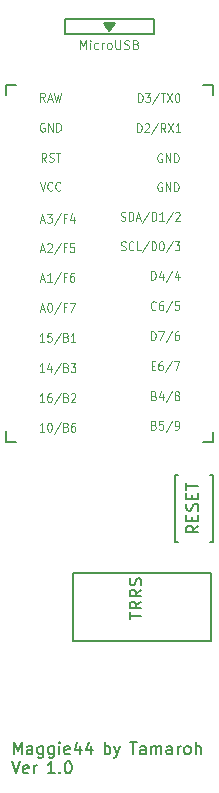
<source format=gto>
%TF.GenerationSoftware,KiCad,Pcbnew,(7.0.0)*%
%TF.CreationDate,2023-04-23T18:46:31+09:00*%
%TF.ProjectId,mysplit44_pcb_l,6d797370-6c69-4743-9434-5f7063625f6c,rev?*%
%TF.SameCoordinates,Original*%
%TF.FileFunction,Legend,Top*%
%TF.FilePolarity,Positive*%
%FSLAX46Y46*%
G04 Gerber Fmt 4.6, Leading zero omitted, Abs format (unit mm)*
G04 Created by KiCad (PCBNEW (7.0.0)) date 2023-04-23 18:46:31*
%MOMM*%
%LPD*%
G01*
G04 APERTURE LIST*
%ADD10C,0.150000*%
%ADD11C,0.125000*%
%ADD12C,0.120000*%
G04 APERTURE END LIST*
D10*
X134778720Y-102937380D02*
X134778720Y-101937380D01*
X134778720Y-101937380D02*
X135112053Y-102651666D01*
X135112053Y-102651666D02*
X135445386Y-101937380D01*
X135445386Y-101937380D02*
X135445386Y-102937380D01*
X136350148Y-102937380D02*
X136350148Y-102413571D01*
X136350148Y-102413571D02*
X136302529Y-102318333D01*
X136302529Y-102318333D02*
X136207291Y-102270714D01*
X136207291Y-102270714D02*
X136016815Y-102270714D01*
X136016815Y-102270714D02*
X135921577Y-102318333D01*
X136350148Y-102889761D02*
X136254910Y-102937380D01*
X136254910Y-102937380D02*
X136016815Y-102937380D01*
X136016815Y-102937380D02*
X135921577Y-102889761D01*
X135921577Y-102889761D02*
X135873958Y-102794523D01*
X135873958Y-102794523D02*
X135873958Y-102699285D01*
X135873958Y-102699285D02*
X135921577Y-102604047D01*
X135921577Y-102604047D02*
X136016815Y-102556428D01*
X136016815Y-102556428D02*
X136254910Y-102556428D01*
X136254910Y-102556428D02*
X136350148Y-102508809D01*
X137254910Y-102270714D02*
X137254910Y-103080238D01*
X137254910Y-103080238D02*
X137207291Y-103175476D01*
X137207291Y-103175476D02*
X137159672Y-103223095D01*
X137159672Y-103223095D02*
X137064434Y-103270714D01*
X137064434Y-103270714D02*
X136921577Y-103270714D01*
X136921577Y-103270714D02*
X136826339Y-103223095D01*
X137254910Y-102889761D02*
X137159672Y-102937380D01*
X137159672Y-102937380D02*
X136969196Y-102937380D01*
X136969196Y-102937380D02*
X136873958Y-102889761D01*
X136873958Y-102889761D02*
X136826339Y-102842142D01*
X136826339Y-102842142D02*
X136778720Y-102746904D01*
X136778720Y-102746904D02*
X136778720Y-102461190D01*
X136778720Y-102461190D02*
X136826339Y-102365952D01*
X136826339Y-102365952D02*
X136873958Y-102318333D01*
X136873958Y-102318333D02*
X136969196Y-102270714D01*
X136969196Y-102270714D02*
X137159672Y-102270714D01*
X137159672Y-102270714D02*
X137254910Y-102318333D01*
X138159672Y-102270714D02*
X138159672Y-103080238D01*
X138159672Y-103080238D02*
X138112053Y-103175476D01*
X138112053Y-103175476D02*
X138064434Y-103223095D01*
X138064434Y-103223095D02*
X137969196Y-103270714D01*
X137969196Y-103270714D02*
X137826339Y-103270714D01*
X137826339Y-103270714D02*
X137731101Y-103223095D01*
X138159672Y-102889761D02*
X138064434Y-102937380D01*
X138064434Y-102937380D02*
X137873958Y-102937380D01*
X137873958Y-102937380D02*
X137778720Y-102889761D01*
X137778720Y-102889761D02*
X137731101Y-102842142D01*
X137731101Y-102842142D02*
X137683482Y-102746904D01*
X137683482Y-102746904D02*
X137683482Y-102461190D01*
X137683482Y-102461190D02*
X137731101Y-102365952D01*
X137731101Y-102365952D02*
X137778720Y-102318333D01*
X137778720Y-102318333D02*
X137873958Y-102270714D01*
X137873958Y-102270714D02*
X138064434Y-102270714D01*
X138064434Y-102270714D02*
X138159672Y-102318333D01*
X138635863Y-102937380D02*
X138635863Y-102270714D01*
X138635863Y-101937380D02*
X138588244Y-101985000D01*
X138588244Y-101985000D02*
X138635863Y-102032619D01*
X138635863Y-102032619D02*
X138683482Y-101985000D01*
X138683482Y-101985000D02*
X138635863Y-101937380D01*
X138635863Y-101937380D02*
X138635863Y-102032619D01*
X139493005Y-102889761D02*
X139397767Y-102937380D01*
X139397767Y-102937380D02*
X139207291Y-102937380D01*
X139207291Y-102937380D02*
X139112053Y-102889761D01*
X139112053Y-102889761D02*
X139064434Y-102794523D01*
X139064434Y-102794523D02*
X139064434Y-102413571D01*
X139064434Y-102413571D02*
X139112053Y-102318333D01*
X139112053Y-102318333D02*
X139207291Y-102270714D01*
X139207291Y-102270714D02*
X139397767Y-102270714D01*
X139397767Y-102270714D02*
X139493005Y-102318333D01*
X139493005Y-102318333D02*
X139540624Y-102413571D01*
X139540624Y-102413571D02*
X139540624Y-102508809D01*
X139540624Y-102508809D02*
X139064434Y-102604047D01*
X140397767Y-102270714D02*
X140397767Y-102937380D01*
X140159672Y-101889761D02*
X139921577Y-102604047D01*
X139921577Y-102604047D02*
X140540624Y-102604047D01*
X141350148Y-102270714D02*
X141350148Y-102937380D01*
X141112053Y-101889761D02*
X140873958Y-102604047D01*
X140873958Y-102604047D02*
X141493005Y-102604047D01*
X142473958Y-102937380D02*
X142473958Y-101937380D01*
X142473958Y-102318333D02*
X142569196Y-102270714D01*
X142569196Y-102270714D02*
X142759672Y-102270714D01*
X142759672Y-102270714D02*
X142854910Y-102318333D01*
X142854910Y-102318333D02*
X142902529Y-102365952D01*
X142902529Y-102365952D02*
X142950148Y-102461190D01*
X142950148Y-102461190D02*
X142950148Y-102746904D01*
X142950148Y-102746904D02*
X142902529Y-102842142D01*
X142902529Y-102842142D02*
X142854910Y-102889761D01*
X142854910Y-102889761D02*
X142759672Y-102937380D01*
X142759672Y-102937380D02*
X142569196Y-102937380D01*
X142569196Y-102937380D02*
X142473958Y-102889761D01*
X143283482Y-102270714D02*
X143521577Y-102937380D01*
X143759672Y-102270714D02*
X143521577Y-102937380D01*
X143521577Y-102937380D02*
X143426339Y-103175476D01*
X143426339Y-103175476D02*
X143378720Y-103223095D01*
X143378720Y-103223095D02*
X143283482Y-103270714D01*
X144597768Y-101937380D02*
X145169196Y-101937380D01*
X144883482Y-102937380D02*
X144883482Y-101937380D01*
X145931101Y-102937380D02*
X145931101Y-102413571D01*
X145931101Y-102413571D02*
X145883482Y-102318333D01*
X145883482Y-102318333D02*
X145788244Y-102270714D01*
X145788244Y-102270714D02*
X145597768Y-102270714D01*
X145597768Y-102270714D02*
X145502530Y-102318333D01*
X145931101Y-102889761D02*
X145835863Y-102937380D01*
X145835863Y-102937380D02*
X145597768Y-102937380D01*
X145597768Y-102937380D02*
X145502530Y-102889761D01*
X145502530Y-102889761D02*
X145454911Y-102794523D01*
X145454911Y-102794523D02*
X145454911Y-102699285D01*
X145454911Y-102699285D02*
X145502530Y-102604047D01*
X145502530Y-102604047D02*
X145597768Y-102556428D01*
X145597768Y-102556428D02*
X145835863Y-102556428D01*
X145835863Y-102556428D02*
X145931101Y-102508809D01*
X146407292Y-102937380D02*
X146407292Y-102270714D01*
X146407292Y-102365952D02*
X146454911Y-102318333D01*
X146454911Y-102318333D02*
X146550149Y-102270714D01*
X146550149Y-102270714D02*
X146693006Y-102270714D01*
X146693006Y-102270714D02*
X146788244Y-102318333D01*
X146788244Y-102318333D02*
X146835863Y-102413571D01*
X146835863Y-102413571D02*
X146835863Y-102937380D01*
X146835863Y-102413571D02*
X146883482Y-102318333D01*
X146883482Y-102318333D02*
X146978720Y-102270714D01*
X146978720Y-102270714D02*
X147121577Y-102270714D01*
X147121577Y-102270714D02*
X147216816Y-102318333D01*
X147216816Y-102318333D02*
X147264435Y-102413571D01*
X147264435Y-102413571D02*
X147264435Y-102937380D01*
X148169196Y-102937380D02*
X148169196Y-102413571D01*
X148169196Y-102413571D02*
X148121577Y-102318333D01*
X148121577Y-102318333D02*
X148026339Y-102270714D01*
X148026339Y-102270714D02*
X147835863Y-102270714D01*
X147835863Y-102270714D02*
X147740625Y-102318333D01*
X148169196Y-102889761D02*
X148073958Y-102937380D01*
X148073958Y-102937380D02*
X147835863Y-102937380D01*
X147835863Y-102937380D02*
X147740625Y-102889761D01*
X147740625Y-102889761D02*
X147693006Y-102794523D01*
X147693006Y-102794523D02*
X147693006Y-102699285D01*
X147693006Y-102699285D02*
X147740625Y-102604047D01*
X147740625Y-102604047D02*
X147835863Y-102556428D01*
X147835863Y-102556428D02*
X148073958Y-102556428D01*
X148073958Y-102556428D02*
X148169196Y-102508809D01*
X148645387Y-102937380D02*
X148645387Y-102270714D01*
X148645387Y-102461190D02*
X148693006Y-102365952D01*
X148693006Y-102365952D02*
X148740625Y-102318333D01*
X148740625Y-102318333D02*
X148835863Y-102270714D01*
X148835863Y-102270714D02*
X148931101Y-102270714D01*
X149407292Y-102937380D02*
X149312054Y-102889761D01*
X149312054Y-102889761D02*
X149264435Y-102842142D01*
X149264435Y-102842142D02*
X149216816Y-102746904D01*
X149216816Y-102746904D02*
X149216816Y-102461190D01*
X149216816Y-102461190D02*
X149264435Y-102365952D01*
X149264435Y-102365952D02*
X149312054Y-102318333D01*
X149312054Y-102318333D02*
X149407292Y-102270714D01*
X149407292Y-102270714D02*
X149550149Y-102270714D01*
X149550149Y-102270714D02*
X149645387Y-102318333D01*
X149645387Y-102318333D02*
X149693006Y-102365952D01*
X149693006Y-102365952D02*
X149740625Y-102461190D01*
X149740625Y-102461190D02*
X149740625Y-102746904D01*
X149740625Y-102746904D02*
X149693006Y-102842142D01*
X149693006Y-102842142D02*
X149645387Y-102889761D01*
X149645387Y-102889761D02*
X149550149Y-102937380D01*
X149550149Y-102937380D02*
X149407292Y-102937380D01*
X150169197Y-102937380D02*
X150169197Y-101937380D01*
X150597768Y-102937380D02*
X150597768Y-102413571D01*
X150597768Y-102413571D02*
X150550149Y-102318333D01*
X150550149Y-102318333D02*
X150454911Y-102270714D01*
X150454911Y-102270714D02*
X150312054Y-102270714D01*
X150312054Y-102270714D02*
X150216816Y-102318333D01*
X150216816Y-102318333D02*
X150169197Y-102365952D01*
X134635863Y-103557380D02*
X134969196Y-104557380D01*
X134969196Y-104557380D02*
X135302529Y-103557380D01*
X136016815Y-104509761D02*
X135921577Y-104557380D01*
X135921577Y-104557380D02*
X135731101Y-104557380D01*
X135731101Y-104557380D02*
X135635863Y-104509761D01*
X135635863Y-104509761D02*
X135588244Y-104414523D01*
X135588244Y-104414523D02*
X135588244Y-104033571D01*
X135588244Y-104033571D02*
X135635863Y-103938333D01*
X135635863Y-103938333D02*
X135731101Y-103890714D01*
X135731101Y-103890714D02*
X135921577Y-103890714D01*
X135921577Y-103890714D02*
X136016815Y-103938333D01*
X136016815Y-103938333D02*
X136064434Y-104033571D01*
X136064434Y-104033571D02*
X136064434Y-104128809D01*
X136064434Y-104128809D02*
X135588244Y-104224047D01*
X136493006Y-104557380D02*
X136493006Y-103890714D01*
X136493006Y-104081190D02*
X136540625Y-103985952D01*
X136540625Y-103985952D02*
X136588244Y-103938333D01*
X136588244Y-103938333D02*
X136683482Y-103890714D01*
X136683482Y-103890714D02*
X136778720Y-103890714D01*
X138235863Y-104557380D02*
X137664435Y-104557380D01*
X137950149Y-104557380D02*
X137950149Y-103557380D01*
X137950149Y-103557380D02*
X137854911Y-103700238D01*
X137854911Y-103700238D02*
X137759673Y-103795476D01*
X137759673Y-103795476D02*
X137664435Y-103843095D01*
X138664435Y-104462142D02*
X138712054Y-104509761D01*
X138712054Y-104509761D02*
X138664435Y-104557380D01*
X138664435Y-104557380D02*
X138616816Y-104509761D01*
X138616816Y-104509761D02*
X138664435Y-104462142D01*
X138664435Y-104462142D02*
X138664435Y-104557380D01*
X139331101Y-103557380D02*
X139426339Y-103557380D01*
X139426339Y-103557380D02*
X139521577Y-103605000D01*
X139521577Y-103605000D02*
X139569196Y-103652619D01*
X139569196Y-103652619D02*
X139616815Y-103747857D01*
X139616815Y-103747857D02*
X139664434Y-103938333D01*
X139664434Y-103938333D02*
X139664434Y-104176428D01*
X139664434Y-104176428D02*
X139616815Y-104366904D01*
X139616815Y-104366904D02*
X139569196Y-104462142D01*
X139569196Y-104462142D02*
X139521577Y-104509761D01*
X139521577Y-104509761D02*
X139426339Y-104557380D01*
X139426339Y-104557380D02*
X139331101Y-104557380D01*
X139331101Y-104557380D02*
X139235863Y-104509761D01*
X139235863Y-104509761D02*
X139188244Y-104462142D01*
X139188244Y-104462142D02*
X139140625Y-104366904D01*
X139140625Y-104366904D02*
X139093006Y-104176428D01*
X139093006Y-104176428D02*
X139093006Y-103938333D01*
X139093006Y-103938333D02*
X139140625Y-103747857D01*
X139140625Y-103747857D02*
X139188244Y-103652619D01*
X139188244Y-103652619D02*
X139235863Y-103605000D01*
X139235863Y-103605000D02*
X139331101Y-103557380D01*
D11*
%TO.C,U1*%
X146447381Y-70045178D02*
X146670715Y-70045178D01*
X146766429Y-70438035D02*
X146447381Y-70438035D01*
X146447381Y-70438035D02*
X146447381Y-69688035D01*
X146447381Y-69688035D02*
X146766429Y-69688035D01*
X147340714Y-69688035D02*
X147213095Y-69688035D01*
X147213095Y-69688035D02*
X147149286Y-69723750D01*
X147149286Y-69723750D02*
X147117381Y-69759464D01*
X147117381Y-69759464D02*
X147053571Y-69866607D01*
X147053571Y-69866607D02*
X147021667Y-70009464D01*
X147021667Y-70009464D02*
X147021667Y-70295178D01*
X147021667Y-70295178D02*
X147053571Y-70366607D01*
X147053571Y-70366607D02*
X147085476Y-70402321D01*
X147085476Y-70402321D02*
X147149286Y-70438035D01*
X147149286Y-70438035D02*
X147276905Y-70438035D01*
X147276905Y-70438035D02*
X147340714Y-70402321D01*
X147340714Y-70402321D02*
X147372619Y-70366607D01*
X147372619Y-70366607D02*
X147404524Y-70295178D01*
X147404524Y-70295178D02*
X147404524Y-70116607D01*
X147404524Y-70116607D02*
X147372619Y-70045178D01*
X147372619Y-70045178D02*
X147340714Y-70009464D01*
X147340714Y-70009464D02*
X147276905Y-69973750D01*
X147276905Y-69973750D02*
X147149286Y-69973750D01*
X147149286Y-69973750D02*
X147085476Y-70009464D01*
X147085476Y-70009464D02*
X147053571Y-70045178D01*
X147053571Y-70045178D02*
X147021667Y-70116607D01*
X148170238Y-69652321D02*
X147595952Y-70616607D01*
X148329762Y-69688035D02*
X148776428Y-69688035D01*
X148776428Y-69688035D02*
X148489286Y-70438035D01*
X137044286Y-65273750D02*
X137363333Y-65273750D01*
X136980476Y-65488035D02*
X137203809Y-64738035D01*
X137203809Y-64738035D02*
X137427143Y-65488035D01*
X137778095Y-64738035D02*
X137841905Y-64738035D01*
X137841905Y-64738035D02*
X137905714Y-64773750D01*
X137905714Y-64773750D02*
X137937619Y-64809464D01*
X137937619Y-64809464D02*
X137969524Y-64880892D01*
X137969524Y-64880892D02*
X138001429Y-65023750D01*
X138001429Y-65023750D02*
X138001429Y-65202321D01*
X138001429Y-65202321D02*
X137969524Y-65345178D01*
X137969524Y-65345178D02*
X137937619Y-65416607D01*
X137937619Y-65416607D02*
X137905714Y-65452321D01*
X137905714Y-65452321D02*
X137841905Y-65488035D01*
X137841905Y-65488035D02*
X137778095Y-65488035D01*
X137778095Y-65488035D02*
X137714286Y-65452321D01*
X137714286Y-65452321D02*
X137682381Y-65416607D01*
X137682381Y-65416607D02*
X137650476Y-65345178D01*
X137650476Y-65345178D02*
X137618572Y-65202321D01*
X137618572Y-65202321D02*
X137618572Y-65023750D01*
X137618572Y-65023750D02*
X137650476Y-64880892D01*
X137650476Y-64880892D02*
X137682381Y-64809464D01*
X137682381Y-64809464D02*
X137714286Y-64773750D01*
X137714286Y-64773750D02*
X137778095Y-64738035D01*
X138767143Y-64702321D02*
X138192857Y-65666607D01*
X139213810Y-65095178D02*
X138990476Y-65095178D01*
X138990476Y-65488035D02*
X138990476Y-64738035D01*
X138990476Y-64738035D02*
X139309524Y-64738035D01*
X139500953Y-64738035D02*
X139947619Y-64738035D01*
X139947619Y-64738035D02*
X139660477Y-65488035D01*
X143857381Y-60252321D02*
X143953095Y-60288035D01*
X143953095Y-60288035D02*
X144112619Y-60288035D01*
X144112619Y-60288035D02*
X144176428Y-60252321D01*
X144176428Y-60252321D02*
X144208333Y-60216607D01*
X144208333Y-60216607D02*
X144240238Y-60145178D01*
X144240238Y-60145178D02*
X144240238Y-60073750D01*
X144240238Y-60073750D02*
X144208333Y-60002321D01*
X144208333Y-60002321D02*
X144176428Y-59966607D01*
X144176428Y-59966607D02*
X144112619Y-59930892D01*
X144112619Y-59930892D02*
X143985000Y-59895178D01*
X143985000Y-59895178D02*
X143921190Y-59859464D01*
X143921190Y-59859464D02*
X143889285Y-59823750D01*
X143889285Y-59823750D02*
X143857381Y-59752321D01*
X143857381Y-59752321D02*
X143857381Y-59680892D01*
X143857381Y-59680892D02*
X143889285Y-59609464D01*
X143889285Y-59609464D02*
X143921190Y-59573750D01*
X143921190Y-59573750D02*
X143985000Y-59538035D01*
X143985000Y-59538035D02*
X144144523Y-59538035D01*
X144144523Y-59538035D02*
X144240238Y-59573750D01*
X144910237Y-60216607D02*
X144878333Y-60252321D01*
X144878333Y-60252321D02*
X144782618Y-60288035D01*
X144782618Y-60288035D02*
X144718809Y-60288035D01*
X144718809Y-60288035D02*
X144623095Y-60252321D01*
X144623095Y-60252321D02*
X144559285Y-60180892D01*
X144559285Y-60180892D02*
X144527380Y-60109464D01*
X144527380Y-60109464D02*
X144495476Y-59966607D01*
X144495476Y-59966607D02*
X144495476Y-59859464D01*
X144495476Y-59859464D02*
X144527380Y-59716607D01*
X144527380Y-59716607D02*
X144559285Y-59645178D01*
X144559285Y-59645178D02*
X144623095Y-59573750D01*
X144623095Y-59573750D02*
X144718809Y-59538035D01*
X144718809Y-59538035D02*
X144782618Y-59538035D01*
X144782618Y-59538035D02*
X144878333Y-59573750D01*
X144878333Y-59573750D02*
X144910237Y-59609464D01*
X145516428Y-60288035D02*
X145197380Y-60288035D01*
X145197380Y-60288035D02*
X145197380Y-59538035D01*
X146218333Y-59502321D02*
X145644047Y-60466607D01*
X146441666Y-60288035D02*
X146441666Y-59538035D01*
X146441666Y-59538035D02*
X146601190Y-59538035D01*
X146601190Y-59538035D02*
X146696904Y-59573750D01*
X146696904Y-59573750D02*
X146760714Y-59645178D01*
X146760714Y-59645178D02*
X146792619Y-59716607D01*
X146792619Y-59716607D02*
X146824523Y-59859464D01*
X146824523Y-59859464D02*
X146824523Y-59966607D01*
X146824523Y-59966607D02*
X146792619Y-60109464D01*
X146792619Y-60109464D02*
X146760714Y-60180892D01*
X146760714Y-60180892D02*
X146696904Y-60252321D01*
X146696904Y-60252321D02*
X146601190Y-60288035D01*
X146601190Y-60288035D02*
X146441666Y-60288035D01*
X147239285Y-59538035D02*
X147303095Y-59538035D01*
X147303095Y-59538035D02*
X147366904Y-59573750D01*
X147366904Y-59573750D02*
X147398809Y-59609464D01*
X147398809Y-59609464D02*
X147430714Y-59680892D01*
X147430714Y-59680892D02*
X147462619Y-59823750D01*
X147462619Y-59823750D02*
X147462619Y-60002321D01*
X147462619Y-60002321D02*
X147430714Y-60145178D01*
X147430714Y-60145178D02*
X147398809Y-60216607D01*
X147398809Y-60216607D02*
X147366904Y-60252321D01*
X147366904Y-60252321D02*
X147303095Y-60288035D01*
X147303095Y-60288035D02*
X147239285Y-60288035D01*
X147239285Y-60288035D02*
X147175476Y-60252321D01*
X147175476Y-60252321D02*
X147143571Y-60216607D01*
X147143571Y-60216607D02*
X147111666Y-60145178D01*
X147111666Y-60145178D02*
X147079762Y-60002321D01*
X147079762Y-60002321D02*
X147079762Y-59823750D01*
X147079762Y-59823750D02*
X147111666Y-59680892D01*
X147111666Y-59680892D02*
X147143571Y-59609464D01*
X147143571Y-59609464D02*
X147175476Y-59573750D01*
X147175476Y-59573750D02*
X147239285Y-59538035D01*
X148228333Y-59502321D02*
X147654047Y-60466607D01*
X148387857Y-59538035D02*
X148802619Y-59538035D01*
X148802619Y-59538035D02*
X148579285Y-59823750D01*
X148579285Y-59823750D02*
X148675000Y-59823750D01*
X148675000Y-59823750D02*
X148738809Y-59859464D01*
X148738809Y-59859464D02*
X148770714Y-59895178D01*
X148770714Y-59895178D02*
X148802619Y-59966607D01*
X148802619Y-59966607D02*
X148802619Y-60145178D01*
X148802619Y-60145178D02*
X148770714Y-60216607D01*
X148770714Y-60216607D02*
X148738809Y-60252321D01*
X148738809Y-60252321D02*
X148675000Y-60288035D01*
X148675000Y-60288035D02*
X148483571Y-60288035D01*
X148483571Y-60288035D02*
X148419762Y-60252321D01*
X148419762Y-60252321D02*
X148387857Y-60216607D01*
X146638810Y-75095178D02*
X146734524Y-75130892D01*
X146734524Y-75130892D02*
X146766429Y-75166607D01*
X146766429Y-75166607D02*
X146798333Y-75238035D01*
X146798333Y-75238035D02*
X146798333Y-75345178D01*
X146798333Y-75345178D02*
X146766429Y-75416607D01*
X146766429Y-75416607D02*
X146734524Y-75452321D01*
X146734524Y-75452321D02*
X146670714Y-75488035D01*
X146670714Y-75488035D02*
X146415476Y-75488035D01*
X146415476Y-75488035D02*
X146415476Y-74738035D01*
X146415476Y-74738035D02*
X146638810Y-74738035D01*
X146638810Y-74738035D02*
X146702619Y-74773750D01*
X146702619Y-74773750D02*
X146734524Y-74809464D01*
X146734524Y-74809464D02*
X146766429Y-74880892D01*
X146766429Y-74880892D02*
X146766429Y-74952321D01*
X146766429Y-74952321D02*
X146734524Y-75023750D01*
X146734524Y-75023750D02*
X146702619Y-75059464D01*
X146702619Y-75059464D02*
X146638810Y-75095178D01*
X146638810Y-75095178D02*
X146415476Y-75095178D01*
X147404524Y-74738035D02*
X147085476Y-74738035D01*
X147085476Y-74738035D02*
X147053572Y-75095178D01*
X147053572Y-75095178D02*
X147085476Y-75059464D01*
X147085476Y-75059464D02*
X147149286Y-75023750D01*
X147149286Y-75023750D02*
X147308810Y-75023750D01*
X147308810Y-75023750D02*
X147372619Y-75059464D01*
X147372619Y-75059464D02*
X147404524Y-75095178D01*
X147404524Y-75095178D02*
X147436429Y-75166607D01*
X147436429Y-75166607D02*
X147436429Y-75345178D01*
X147436429Y-75345178D02*
X147404524Y-75416607D01*
X147404524Y-75416607D02*
X147372619Y-75452321D01*
X147372619Y-75452321D02*
X147308810Y-75488035D01*
X147308810Y-75488035D02*
X147149286Y-75488035D01*
X147149286Y-75488035D02*
X147085476Y-75452321D01*
X147085476Y-75452321D02*
X147053572Y-75416607D01*
X148202143Y-74702321D02*
X147627857Y-75666607D01*
X148457381Y-75488035D02*
X148585000Y-75488035D01*
X148585000Y-75488035D02*
X148648810Y-75452321D01*
X148648810Y-75452321D02*
X148680714Y-75416607D01*
X148680714Y-75416607D02*
X148744524Y-75309464D01*
X148744524Y-75309464D02*
X148776429Y-75166607D01*
X148776429Y-75166607D02*
X148776429Y-74880892D01*
X148776429Y-74880892D02*
X148744524Y-74809464D01*
X148744524Y-74809464D02*
X148712619Y-74773750D01*
X148712619Y-74773750D02*
X148648810Y-74738035D01*
X148648810Y-74738035D02*
X148521191Y-74738035D01*
X148521191Y-74738035D02*
X148457381Y-74773750D01*
X148457381Y-74773750D02*
X148425476Y-74809464D01*
X148425476Y-74809464D02*
X148393572Y-74880892D01*
X148393572Y-74880892D02*
X148393572Y-75059464D01*
X148393572Y-75059464D02*
X148425476Y-75130892D01*
X148425476Y-75130892D02*
X148457381Y-75166607D01*
X148457381Y-75166607D02*
X148521191Y-75202321D01*
X148521191Y-75202321D02*
X148648810Y-75202321D01*
X148648810Y-75202321D02*
X148712619Y-75166607D01*
X148712619Y-75166607D02*
X148744524Y-75130892D01*
X148744524Y-75130892D02*
X148776429Y-75059464D01*
X147319524Y-52123750D02*
X147255714Y-52088035D01*
X147255714Y-52088035D02*
X147160000Y-52088035D01*
X147160000Y-52088035D02*
X147064286Y-52123750D01*
X147064286Y-52123750D02*
X147000476Y-52195178D01*
X147000476Y-52195178D02*
X146968571Y-52266607D01*
X146968571Y-52266607D02*
X146936667Y-52409464D01*
X146936667Y-52409464D02*
X146936667Y-52516607D01*
X146936667Y-52516607D02*
X146968571Y-52659464D01*
X146968571Y-52659464D02*
X147000476Y-52730892D01*
X147000476Y-52730892D02*
X147064286Y-52802321D01*
X147064286Y-52802321D02*
X147160000Y-52838035D01*
X147160000Y-52838035D02*
X147223809Y-52838035D01*
X147223809Y-52838035D02*
X147319524Y-52802321D01*
X147319524Y-52802321D02*
X147351428Y-52766607D01*
X147351428Y-52766607D02*
X147351428Y-52516607D01*
X147351428Y-52516607D02*
X147223809Y-52516607D01*
X147638571Y-52838035D02*
X147638571Y-52088035D01*
X147638571Y-52088035D02*
X148021428Y-52838035D01*
X148021428Y-52838035D02*
X148021428Y-52088035D01*
X148340476Y-52838035D02*
X148340476Y-52088035D01*
X148340476Y-52088035D02*
X148500000Y-52088035D01*
X148500000Y-52088035D02*
X148595714Y-52123750D01*
X148595714Y-52123750D02*
X148659524Y-52195178D01*
X148659524Y-52195178D02*
X148691429Y-52266607D01*
X148691429Y-52266607D02*
X148723333Y-52409464D01*
X148723333Y-52409464D02*
X148723333Y-52516607D01*
X148723333Y-52516607D02*
X148691429Y-52659464D01*
X148691429Y-52659464D02*
X148659524Y-52730892D01*
X148659524Y-52730892D02*
X148595714Y-52802321D01*
X148595714Y-52802321D02*
X148500000Y-52838035D01*
X148500000Y-52838035D02*
X148340476Y-52838035D01*
X137513095Y-52788035D02*
X137289762Y-52430892D01*
X137130238Y-52788035D02*
X137130238Y-52038035D01*
X137130238Y-52038035D02*
X137385476Y-52038035D01*
X137385476Y-52038035D02*
X137449286Y-52073750D01*
X137449286Y-52073750D02*
X137481191Y-52109464D01*
X137481191Y-52109464D02*
X137513095Y-52180892D01*
X137513095Y-52180892D02*
X137513095Y-52288035D01*
X137513095Y-52288035D02*
X137481191Y-52359464D01*
X137481191Y-52359464D02*
X137449286Y-52395178D01*
X137449286Y-52395178D02*
X137385476Y-52430892D01*
X137385476Y-52430892D02*
X137130238Y-52430892D01*
X137768334Y-52752321D02*
X137864048Y-52788035D01*
X137864048Y-52788035D02*
X138023572Y-52788035D01*
X138023572Y-52788035D02*
X138087381Y-52752321D01*
X138087381Y-52752321D02*
X138119286Y-52716607D01*
X138119286Y-52716607D02*
X138151191Y-52645178D01*
X138151191Y-52645178D02*
X138151191Y-52573750D01*
X138151191Y-52573750D02*
X138119286Y-52502321D01*
X138119286Y-52502321D02*
X138087381Y-52466607D01*
X138087381Y-52466607D02*
X138023572Y-52430892D01*
X138023572Y-52430892D02*
X137895953Y-52395178D01*
X137895953Y-52395178D02*
X137832143Y-52359464D01*
X137832143Y-52359464D02*
X137800238Y-52323750D01*
X137800238Y-52323750D02*
X137768334Y-52252321D01*
X137768334Y-52252321D02*
X137768334Y-52180892D01*
X137768334Y-52180892D02*
X137800238Y-52109464D01*
X137800238Y-52109464D02*
X137832143Y-52073750D01*
X137832143Y-52073750D02*
X137895953Y-52038035D01*
X137895953Y-52038035D02*
X138055476Y-52038035D01*
X138055476Y-52038035D02*
X138151191Y-52073750D01*
X138342619Y-52038035D02*
X138725476Y-52038035D01*
X138534048Y-52788035D02*
X138534048Y-52038035D01*
X146415476Y-67888035D02*
X146415476Y-67138035D01*
X146415476Y-67138035D02*
X146575000Y-67138035D01*
X146575000Y-67138035D02*
X146670714Y-67173750D01*
X146670714Y-67173750D02*
X146734524Y-67245178D01*
X146734524Y-67245178D02*
X146766429Y-67316607D01*
X146766429Y-67316607D02*
X146798333Y-67459464D01*
X146798333Y-67459464D02*
X146798333Y-67566607D01*
X146798333Y-67566607D02*
X146766429Y-67709464D01*
X146766429Y-67709464D02*
X146734524Y-67780892D01*
X146734524Y-67780892D02*
X146670714Y-67852321D01*
X146670714Y-67852321D02*
X146575000Y-67888035D01*
X146575000Y-67888035D02*
X146415476Y-67888035D01*
X147021667Y-67138035D02*
X147468333Y-67138035D01*
X147468333Y-67138035D02*
X147181191Y-67888035D01*
X148202143Y-67102321D02*
X147627857Y-68066607D01*
X148712619Y-67138035D02*
X148585000Y-67138035D01*
X148585000Y-67138035D02*
X148521191Y-67173750D01*
X148521191Y-67173750D02*
X148489286Y-67209464D01*
X148489286Y-67209464D02*
X148425476Y-67316607D01*
X148425476Y-67316607D02*
X148393572Y-67459464D01*
X148393572Y-67459464D02*
X148393572Y-67745178D01*
X148393572Y-67745178D02*
X148425476Y-67816607D01*
X148425476Y-67816607D02*
X148457381Y-67852321D01*
X148457381Y-67852321D02*
X148521191Y-67888035D01*
X148521191Y-67888035D02*
X148648810Y-67888035D01*
X148648810Y-67888035D02*
X148712619Y-67852321D01*
X148712619Y-67852321D02*
X148744524Y-67816607D01*
X148744524Y-67816607D02*
X148776429Y-67745178D01*
X148776429Y-67745178D02*
X148776429Y-67566607D01*
X148776429Y-67566607D02*
X148744524Y-67495178D01*
X148744524Y-67495178D02*
X148712619Y-67459464D01*
X148712619Y-67459464D02*
X148648810Y-67423750D01*
X148648810Y-67423750D02*
X148521191Y-67423750D01*
X148521191Y-67423750D02*
X148457381Y-67459464D01*
X148457381Y-67459464D02*
X148425476Y-67495178D01*
X148425476Y-67495178D02*
X148393572Y-67566607D01*
X137347381Y-68038035D02*
X136964524Y-68038035D01*
X137155952Y-68038035D02*
X137155952Y-67288035D01*
X137155952Y-67288035D02*
X137092143Y-67395178D01*
X137092143Y-67395178D02*
X137028333Y-67466607D01*
X137028333Y-67466607D02*
X136964524Y-67502321D01*
X137953571Y-67288035D02*
X137634523Y-67288035D01*
X137634523Y-67288035D02*
X137602619Y-67645178D01*
X137602619Y-67645178D02*
X137634523Y-67609464D01*
X137634523Y-67609464D02*
X137698333Y-67573750D01*
X137698333Y-67573750D02*
X137857857Y-67573750D01*
X137857857Y-67573750D02*
X137921666Y-67609464D01*
X137921666Y-67609464D02*
X137953571Y-67645178D01*
X137953571Y-67645178D02*
X137985476Y-67716607D01*
X137985476Y-67716607D02*
X137985476Y-67895178D01*
X137985476Y-67895178D02*
X137953571Y-67966607D01*
X137953571Y-67966607D02*
X137921666Y-68002321D01*
X137921666Y-68002321D02*
X137857857Y-68038035D01*
X137857857Y-68038035D02*
X137698333Y-68038035D01*
X137698333Y-68038035D02*
X137634523Y-68002321D01*
X137634523Y-68002321D02*
X137602619Y-67966607D01*
X138751190Y-67252321D02*
X138176904Y-68216607D01*
X139197857Y-67645178D02*
X139293571Y-67680892D01*
X139293571Y-67680892D02*
X139325476Y-67716607D01*
X139325476Y-67716607D02*
X139357380Y-67788035D01*
X139357380Y-67788035D02*
X139357380Y-67895178D01*
X139357380Y-67895178D02*
X139325476Y-67966607D01*
X139325476Y-67966607D02*
X139293571Y-68002321D01*
X139293571Y-68002321D02*
X139229761Y-68038035D01*
X139229761Y-68038035D02*
X138974523Y-68038035D01*
X138974523Y-68038035D02*
X138974523Y-67288035D01*
X138974523Y-67288035D02*
X139197857Y-67288035D01*
X139197857Y-67288035D02*
X139261666Y-67323750D01*
X139261666Y-67323750D02*
X139293571Y-67359464D01*
X139293571Y-67359464D02*
X139325476Y-67430892D01*
X139325476Y-67430892D02*
X139325476Y-67502321D01*
X139325476Y-67502321D02*
X139293571Y-67573750D01*
X139293571Y-67573750D02*
X139261666Y-67609464D01*
X139261666Y-67609464D02*
X139197857Y-67645178D01*
X139197857Y-67645178D02*
X138974523Y-67645178D01*
X139995476Y-68038035D02*
X139612619Y-68038035D01*
X139804047Y-68038035D02*
X139804047Y-67288035D01*
X139804047Y-67288035D02*
X139740238Y-67395178D01*
X139740238Y-67395178D02*
X139676428Y-67466607D01*
X139676428Y-67466607D02*
X139612619Y-67502321D01*
X146415476Y-62788035D02*
X146415476Y-62038035D01*
X146415476Y-62038035D02*
X146575000Y-62038035D01*
X146575000Y-62038035D02*
X146670714Y-62073750D01*
X146670714Y-62073750D02*
X146734524Y-62145178D01*
X146734524Y-62145178D02*
X146766429Y-62216607D01*
X146766429Y-62216607D02*
X146798333Y-62359464D01*
X146798333Y-62359464D02*
X146798333Y-62466607D01*
X146798333Y-62466607D02*
X146766429Y-62609464D01*
X146766429Y-62609464D02*
X146734524Y-62680892D01*
X146734524Y-62680892D02*
X146670714Y-62752321D01*
X146670714Y-62752321D02*
X146575000Y-62788035D01*
X146575000Y-62788035D02*
X146415476Y-62788035D01*
X147372619Y-62288035D02*
X147372619Y-62788035D01*
X147213095Y-62002321D02*
X147053572Y-62538035D01*
X147053572Y-62538035D02*
X147468333Y-62538035D01*
X148202143Y-62002321D02*
X147627857Y-62966607D01*
X148712619Y-62288035D02*
X148712619Y-62788035D01*
X148553095Y-62002321D02*
X148393572Y-62538035D01*
X148393572Y-62538035D02*
X148808333Y-62538035D01*
X137347381Y-75638035D02*
X136964524Y-75638035D01*
X137155952Y-75638035D02*
X137155952Y-74888035D01*
X137155952Y-74888035D02*
X137092143Y-74995178D01*
X137092143Y-74995178D02*
X137028333Y-75066607D01*
X137028333Y-75066607D02*
X136964524Y-75102321D01*
X137762142Y-74888035D02*
X137825952Y-74888035D01*
X137825952Y-74888035D02*
X137889761Y-74923750D01*
X137889761Y-74923750D02*
X137921666Y-74959464D01*
X137921666Y-74959464D02*
X137953571Y-75030892D01*
X137953571Y-75030892D02*
X137985476Y-75173750D01*
X137985476Y-75173750D02*
X137985476Y-75352321D01*
X137985476Y-75352321D02*
X137953571Y-75495178D01*
X137953571Y-75495178D02*
X137921666Y-75566607D01*
X137921666Y-75566607D02*
X137889761Y-75602321D01*
X137889761Y-75602321D02*
X137825952Y-75638035D01*
X137825952Y-75638035D02*
X137762142Y-75638035D01*
X137762142Y-75638035D02*
X137698333Y-75602321D01*
X137698333Y-75602321D02*
X137666428Y-75566607D01*
X137666428Y-75566607D02*
X137634523Y-75495178D01*
X137634523Y-75495178D02*
X137602619Y-75352321D01*
X137602619Y-75352321D02*
X137602619Y-75173750D01*
X137602619Y-75173750D02*
X137634523Y-75030892D01*
X137634523Y-75030892D02*
X137666428Y-74959464D01*
X137666428Y-74959464D02*
X137698333Y-74923750D01*
X137698333Y-74923750D02*
X137762142Y-74888035D01*
X138751190Y-74852321D02*
X138176904Y-75816607D01*
X139197857Y-75245178D02*
X139293571Y-75280892D01*
X139293571Y-75280892D02*
X139325476Y-75316607D01*
X139325476Y-75316607D02*
X139357380Y-75388035D01*
X139357380Y-75388035D02*
X139357380Y-75495178D01*
X139357380Y-75495178D02*
X139325476Y-75566607D01*
X139325476Y-75566607D02*
X139293571Y-75602321D01*
X139293571Y-75602321D02*
X139229761Y-75638035D01*
X139229761Y-75638035D02*
X138974523Y-75638035D01*
X138974523Y-75638035D02*
X138974523Y-74888035D01*
X138974523Y-74888035D02*
X139197857Y-74888035D01*
X139197857Y-74888035D02*
X139261666Y-74923750D01*
X139261666Y-74923750D02*
X139293571Y-74959464D01*
X139293571Y-74959464D02*
X139325476Y-75030892D01*
X139325476Y-75030892D02*
X139325476Y-75102321D01*
X139325476Y-75102321D02*
X139293571Y-75173750D01*
X139293571Y-75173750D02*
X139261666Y-75209464D01*
X139261666Y-75209464D02*
X139197857Y-75245178D01*
X139197857Y-75245178D02*
X138974523Y-75245178D01*
X139931666Y-74888035D02*
X139804047Y-74888035D01*
X139804047Y-74888035D02*
X139740238Y-74923750D01*
X139740238Y-74923750D02*
X139708333Y-74959464D01*
X139708333Y-74959464D02*
X139644523Y-75066607D01*
X139644523Y-75066607D02*
X139612619Y-75209464D01*
X139612619Y-75209464D02*
X139612619Y-75495178D01*
X139612619Y-75495178D02*
X139644523Y-75566607D01*
X139644523Y-75566607D02*
X139676428Y-75602321D01*
X139676428Y-75602321D02*
X139740238Y-75638035D01*
X139740238Y-75638035D02*
X139867857Y-75638035D01*
X139867857Y-75638035D02*
X139931666Y-75602321D01*
X139931666Y-75602321D02*
X139963571Y-75566607D01*
X139963571Y-75566607D02*
X139995476Y-75495178D01*
X139995476Y-75495178D02*
X139995476Y-75316607D01*
X139995476Y-75316607D02*
X139963571Y-75245178D01*
X139963571Y-75245178D02*
X139931666Y-75209464D01*
X139931666Y-75209464D02*
X139867857Y-75173750D01*
X139867857Y-75173750D02*
X139740238Y-75173750D01*
X139740238Y-75173750D02*
X139676428Y-75209464D01*
X139676428Y-75209464D02*
X139644523Y-75245178D01*
X139644523Y-75245178D02*
X139612619Y-75316607D01*
X137369524Y-49523750D02*
X137305714Y-49488035D01*
X137305714Y-49488035D02*
X137210000Y-49488035D01*
X137210000Y-49488035D02*
X137114286Y-49523750D01*
X137114286Y-49523750D02*
X137050476Y-49595178D01*
X137050476Y-49595178D02*
X137018571Y-49666607D01*
X137018571Y-49666607D02*
X136986667Y-49809464D01*
X136986667Y-49809464D02*
X136986667Y-49916607D01*
X136986667Y-49916607D02*
X137018571Y-50059464D01*
X137018571Y-50059464D02*
X137050476Y-50130892D01*
X137050476Y-50130892D02*
X137114286Y-50202321D01*
X137114286Y-50202321D02*
X137210000Y-50238035D01*
X137210000Y-50238035D02*
X137273809Y-50238035D01*
X137273809Y-50238035D02*
X137369524Y-50202321D01*
X137369524Y-50202321D02*
X137401428Y-50166607D01*
X137401428Y-50166607D02*
X137401428Y-49916607D01*
X137401428Y-49916607D02*
X137273809Y-49916607D01*
X137688571Y-50238035D02*
X137688571Y-49488035D01*
X137688571Y-49488035D02*
X138071428Y-50238035D01*
X138071428Y-50238035D02*
X138071428Y-49488035D01*
X138390476Y-50238035D02*
X138390476Y-49488035D01*
X138390476Y-49488035D02*
X138550000Y-49488035D01*
X138550000Y-49488035D02*
X138645714Y-49523750D01*
X138645714Y-49523750D02*
X138709524Y-49595178D01*
X138709524Y-49595178D02*
X138741429Y-49666607D01*
X138741429Y-49666607D02*
X138773333Y-49809464D01*
X138773333Y-49809464D02*
X138773333Y-49916607D01*
X138773333Y-49916607D02*
X138741429Y-50059464D01*
X138741429Y-50059464D02*
X138709524Y-50130892D01*
X138709524Y-50130892D02*
X138645714Y-50202321D01*
X138645714Y-50202321D02*
X138550000Y-50238035D01*
X138550000Y-50238035D02*
X138390476Y-50238035D01*
X145291190Y-47738035D02*
X145291190Y-46988035D01*
X145291190Y-46988035D02*
X145450714Y-46988035D01*
X145450714Y-46988035D02*
X145546428Y-47023750D01*
X145546428Y-47023750D02*
X145610238Y-47095178D01*
X145610238Y-47095178D02*
X145642143Y-47166607D01*
X145642143Y-47166607D02*
X145674047Y-47309464D01*
X145674047Y-47309464D02*
X145674047Y-47416607D01*
X145674047Y-47416607D02*
X145642143Y-47559464D01*
X145642143Y-47559464D02*
X145610238Y-47630892D01*
X145610238Y-47630892D02*
X145546428Y-47702321D01*
X145546428Y-47702321D02*
X145450714Y-47738035D01*
X145450714Y-47738035D02*
X145291190Y-47738035D01*
X145897381Y-46988035D02*
X146312143Y-46988035D01*
X146312143Y-46988035D02*
X146088809Y-47273750D01*
X146088809Y-47273750D02*
X146184524Y-47273750D01*
X146184524Y-47273750D02*
X146248333Y-47309464D01*
X146248333Y-47309464D02*
X146280238Y-47345178D01*
X146280238Y-47345178D02*
X146312143Y-47416607D01*
X146312143Y-47416607D02*
X146312143Y-47595178D01*
X146312143Y-47595178D02*
X146280238Y-47666607D01*
X146280238Y-47666607D02*
X146248333Y-47702321D01*
X146248333Y-47702321D02*
X146184524Y-47738035D01*
X146184524Y-47738035D02*
X145993095Y-47738035D01*
X145993095Y-47738035D02*
X145929286Y-47702321D01*
X145929286Y-47702321D02*
X145897381Y-47666607D01*
X147077857Y-46952321D02*
X146503571Y-47916607D01*
X147205476Y-46988035D02*
X147588333Y-46988035D01*
X147396905Y-47738035D02*
X147396905Y-46988035D01*
X147747857Y-46988035D02*
X148194523Y-47738035D01*
X148194523Y-46988035D02*
X147747857Y-47738035D01*
X148577380Y-46988035D02*
X148641190Y-46988035D01*
X148641190Y-46988035D02*
X148704999Y-47023750D01*
X148704999Y-47023750D02*
X148736904Y-47059464D01*
X148736904Y-47059464D02*
X148768809Y-47130892D01*
X148768809Y-47130892D02*
X148800714Y-47273750D01*
X148800714Y-47273750D02*
X148800714Y-47452321D01*
X148800714Y-47452321D02*
X148768809Y-47595178D01*
X148768809Y-47595178D02*
X148736904Y-47666607D01*
X148736904Y-47666607D02*
X148704999Y-47702321D01*
X148704999Y-47702321D02*
X148641190Y-47738035D01*
X148641190Y-47738035D02*
X148577380Y-47738035D01*
X148577380Y-47738035D02*
X148513571Y-47702321D01*
X148513571Y-47702321D02*
X148481666Y-47666607D01*
X148481666Y-47666607D02*
X148449761Y-47595178D01*
X148449761Y-47595178D02*
X148417857Y-47452321D01*
X148417857Y-47452321D02*
X148417857Y-47273750D01*
X148417857Y-47273750D02*
X148449761Y-47130892D01*
X148449761Y-47130892D02*
X148481666Y-47059464D01*
X148481666Y-47059464D02*
X148513571Y-47023750D01*
X148513571Y-47023750D02*
X148577380Y-46988035D01*
X137347381Y-73138035D02*
X136964524Y-73138035D01*
X137155952Y-73138035D02*
X137155952Y-72388035D01*
X137155952Y-72388035D02*
X137092143Y-72495178D01*
X137092143Y-72495178D02*
X137028333Y-72566607D01*
X137028333Y-72566607D02*
X136964524Y-72602321D01*
X137921666Y-72388035D02*
X137794047Y-72388035D01*
X137794047Y-72388035D02*
X137730238Y-72423750D01*
X137730238Y-72423750D02*
X137698333Y-72459464D01*
X137698333Y-72459464D02*
X137634523Y-72566607D01*
X137634523Y-72566607D02*
X137602619Y-72709464D01*
X137602619Y-72709464D02*
X137602619Y-72995178D01*
X137602619Y-72995178D02*
X137634523Y-73066607D01*
X137634523Y-73066607D02*
X137666428Y-73102321D01*
X137666428Y-73102321D02*
X137730238Y-73138035D01*
X137730238Y-73138035D02*
X137857857Y-73138035D01*
X137857857Y-73138035D02*
X137921666Y-73102321D01*
X137921666Y-73102321D02*
X137953571Y-73066607D01*
X137953571Y-73066607D02*
X137985476Y-72995178D01*
X137985476Y-72995178D02*
X137985476Y-72816607D01*
X137985476Y-72816607D02*
X137953571Y-72745178D01*
X137953571Y-72745178D02*
X137921666Y-72709464D01*
X137921666Y-72709464D02*
X137857857Y-72673750D01*
X137857857Y-72673750D02*
X137730238Y-72673750D01*
X137730238Y-72673750D02*
X137666428Y-72709464D01*
X137666428Y-72709464D02*
X137634523Y-72745178D01*
X137634523Y-72745178D02*
X137602619Y-72816607D01*
X138751190Y-72352321D02*
X138176904Y-73316607D01*
X139197857Y-72745178D02*
X139293571Y-72780892D01*
X139293571Y-72780892D02*
X139325476Y-72816607D01*
X139325476Y-72816607D02*
X139357380Y-72888035D01*
X139357380Y-72888035D02*
X139357380Y-72995178D01*
X139357380Y-72995178D02*
X139325476Y-73066607D01*
X139325476Y-73066607D02*
X139293571Y-73102321D01*
X139293571Y-73102321D02*
X139229761Y-73138035D01*
X139229761Y-73138035D02*
X138974523Y-73138035D01*
X138974523Y-73138035D02*
X138974523Y-72388035D01*
X138974523Y-72388035D02*
X139197857Y-72388035D01*
X139197857Y-72388035D02*
X139261666Y-72423750D01*
X139261666Y-72423750D02*
X139293571Y-72459464D01*
X139293571Y-72459464D02*
X139325476Y-72530892D01*
X139325476Y-72530892D02*
X139325476Y-72602321D01*
X139325476Y-72602321D02*
X139293571Y-72673750D01*
X139293571Y-72673750D02*
X139261666Y-72709464D01*
X139261666Y-72709464D02*
X139197857Y-72745178D01*
X139197857Y-72745178D02*
X138974523Y-72745178D01*
X139612619Y-72459464D02*
X139644523Y-72423750D01*
X139644523Y-72423750D02*
X139708333Y-72388035D01*
X139708333Y-72388035D02*
X139867857Y-72388035D01*
X139867857Y-72388035D02*
X139931666Y-72423750D01*
X139931666Y-72423750D02*
X139963571Y-72459464D01*
X139963571Y-72459464D02*
X139995476Y-72530892D01*
X139995476Y-72530892D02*
X139995476Y-72602321D01*
X139995476Y-72602321D02*
X139963571Y-72709464D01*
X139963571Y-72709464D02*
X139580714Y-73138035D01*
X139580714Y-73138035D02*
X139995476Y-73138035D01*
X145211428Y-50288035D02*
X145211428Y-49538035D01*
X145211428Y-49538035D02*
X145370952Y-49538035D01*
X145370952Y-49538035D02*
X145466666Y-49573750D01*
X145466666Y-49573750D02*
X145530476Y-49645178D01*
X145530476Y-49645178D02*
X145562381Y-49716607D01*
X145562381Y-49716607D02*
X145594285Y-49859464D01*
X145594285Y-49859464D02*
X145594285Y-49966607D01*
X145594285Y-49966607D02*
X145562381Y-50109464D01*
X145562381Y-50109464D02*
X145530476Y-50180892D01*
X145530476Y-50180892D02*
X145466666Y-50252321D01*
X145466666Y-50252321D02*
X145370952Y-50288035D01*
X145370952Y-50288035D02*
X145211428Y-50288035D01*
X145849524Y-49609464D02*
X145881428Y-49573750D01*
X145881428Y-49573750D02*
X145945238Y-49538035D01*
X145945238Y-49538035D02*
X146104762Y-49538035D01*
X146104762Y-49538035D02*
X146168571Y-49573750D01*
X146168571Y-49573750D02*
X146200476Y-49609464D01*
X146200476Y-49609464D02*
X146232381Y-49680892D01*
X146232381Y-49680892D02*
X146232381Y-49752321D01*
X146232381Y-49752321D02*
X146200476Y-49859464D01*
X146200476Y-49859464D02*
X145817619Y-50288035D01*
X145817619Y-50288035D02*
X146232381Y-50288035D01*
X146998095Y-49502321D02*
X146423809Y-50466607D01*
X147604285Y-50288035D02*
X147380952Y-49930892D01*
X147221428Y-50288035D02*
X147221428Y-49538035D01*
X147221428Y-49538035D02*
X147476666Y-49538035D01*
X147476666Y-49538035D02*
X147540476Y-49573750D01*
X147540476Y-49573750D02*
X147572381Y-49609464D01*
X147572381Y-49609464D02*
X147604285Y-49680892D01*
X147604285Y-49680892D02*
X147604285Y-49788035D01*
X147604285Y-49788035D02*
X147572381Y-49859464D01*
X147572381Y-49859464D02*
X147540476Y-49895178D01*
X147540476Y-49895178D02*
X147476666Y-49930892D01*
X147476666Y-49930892D02*
X147221428Y-49930892D01*
X147827619Y-49538035D02*
X148274285Y-50288035D01*
X148274285Y-49538035D02*
X147827619Y-50288035D01*
X148880476Y-50288035D02*
X148497619Y-50288035D01*
X148689047Y-50288035D02*
X148689047Y-49538035D01*
X148689047Y-49538035D02*
X148625238Y-49645178D01*
X148625238Y-49645178D02*
X148561428Y-49716607D01*
X148561428Y-49716607D02*
X148497619Y-49752321D01*
D12*
X140378571Y-43238035D02*
X140378571Y-42488035D01*
X140378571Y-42488035D02*
X140628571Y-43023750D01*
X140628571Y-43023750D02*
X140878571Y-42488035D01*
X140878571Y-42488035D02*
X140878571Y-43238035D01*
X141235714Y-43238035D02*
X141235714Y-42738035D01*
X141235714Y-42488035D02*
X141200000Y-42523750D01*
X141200000Y-42523750D02*
X141235714Y-42559464D01*
X141235714Y-42559464D02*
X141271428Y-42523750D01*
X141271428Y-42523750D02*
X141235714Y-42488035D01*
X141235714Y-42488035D02*
X141235714Y-42559464D01*
X141914286Y-43202321D02*
X141842857Y-43238035D01*
X141842857Y-43238035D02*
X141700000Y-43238035D01*
X141700000Y-43238035D02*
X141628571Y-43202321D01*
X141628571Y-43202321D02*
X141592857Y-43166607D01*
X141592857Y-43166607D02*
X141557143Y-43095178D01*
X141557143Y-43095178D02*
X141557143Y-42880892D01*
X141557143Y-42880892D02*
X141592857Y-42809464D01*
X141592857Y-42809464D02*
X141628571Y-42773750D01*
X141628571Y-42773750D02*
X141700000Y-42738035D01*
X141700000Y-42738035D02*
X141842857Y-42738035D01*
X141842857Y-42738035D02*
X141914286Y-42773750D01*
X142235714Y-43238035D02*
X142235714Y-42738035D01*
X142235714Y-42880892D02*
X142271428Y-42809464D01*
X142271428Y-42809464D02*
X142307143Y-42773750D01*
X142307143Y-42773750D02*
X142378571Y-42738035D01*
X142378571Y-42738035D02*
X142450000Y-42738035D01*
X142807143Y-43238035D02*
X142735714Y-43202321D01*
X142735714Y-43202321D02*
X142700000Y-43166607D01*
X142700000Y-43166607D02*
X142664286Y-43095178D01*
X142664286Y-43095178D02*
X142664286Y-42880892D01*
X142664286Y-42880892D02*
X142700000Y-42809464D01*
X142700000Y-42809464D02*
X142735714Y-42773750D01*
X142735714Y-42773750D02*
X142807143Y-42738035D01*
X142807143Y-42738035D02*
X142914286Y-42738035D01*
X142914286Y-42738035D02*
X142985714Y-42773750D01*
X142985714Y-42773750D02*
X143021429Y-42809464D01*
X143021429Y-42809464D02*
X143057143Y-42880892D01*
X143057143Y-42880892D02*
X143057143Y-43095178D01*
X143057143Y-43095178D02*
X143021429Y-43166607D01*
X143021429Y-43166607D02*
X142985714Y-43202321D01*
X142985714Y-43202321D02*
X142914286Y-43238035D01*
X142914286Y-43238035D02*
X142807143Y-43238035D01*
X143378571Y-42488035D02*
X143378571Y-43095178D01*
X143378571Y-43095178D02*
X143414285Y-43166607D01*
X143414285Y-43166607D02*
X143450000Y-43202321D01*
X143450000Y-43202321D02*
X143521428Y-43238035D01*
X143521428Y-43238035D02*
X143664285Y-43238035D01*
X143664285Y-43238035D02*
X143735714Y-43202321D01*
X143735714Y-43202321D02*
X143771428Y-43166607D01*
X143771428Y-43166607D02*
X143807142Y-43095178D01*
X143807142Y-43095178D02*
X143807142Y-42488035D01*
X144128571Y-43202321D02*
X144235714Y-43238035D01*
X144235714Y-43238035D02*
X144414285Y-43238035D01*
X144414285Y-43238035D02*
X144485714Y-43202321D01*
X144485714Y-43202321D02*
X144521428Y-43166607D01*
X144521428Y-43166607D02*
X144557142Y-43095178D01*
X144557142Y-43095178D02*
X144557142Y-43023750D01*
X144557142Y-43023750D02*
X144521428Y-42952321D01*
X144521428Y-42952321D02*
X144485714Y-42916607D01*
X144485714Y-42916607D02*
X144414285Y-42880892D01*
X144414285Y-42880892D02*
X144271428Y-42845178D01*
X144271428Y-42845178D02*
X144199999Y-42809464D01*
X144199999Y-42809464D02*
X144164285Y-42773750D01*
X144164285Y-42773750D02*
X144128571Y-42702321D01*
X144128571Y-42702321D02*
X144128571Y-42630892D01*
X144128571Y-42630892D02*
X144164285Y-42559464D01*
X144164285Y-42559464D02*
X144199999Y-42523750D01*
X144199999Y-42523750D02*
X144271428Y-42488035D01*
X144271428Y-42488035D02*
X144449999Y-42488035D01*
X144449999Y-42488035D02*
X144557142Y-42523750D01*
X145128571Y-42845178D02*
X145235714Y-42880892D01*
X145235714Y-42880892D02*
X145271428Y-42916607D01*
X145271428Y-42916607D02*
X145307142Y-42988035D01*
X145307142Y-42988035D02*
X145307142Y-43095178D01*
X145307142Y-43095178D02*
X145271428Y-43166607D01*
X145271428Y-43166607D02*
X145235714Y-43202321D01*
X145235714Y-43202321D02*
X145164285Y-43238035D01*
X145164285Y-43238035D02*
X144878571Y-43238035D01*
X144878571Y-43238035D02*
X144878571Y-42488035D01*
X144878571Y-42488035D02*
X145128571Y-42488035D01*
X145128571Y-42488035D02*
X145200000Y-42523750D01*
X145200000Y-42523750D02*
X145235714Y-42559464D01*
X145235714Y-42559464D02*
X145271428Y-42630892D01*
X145271428Y-42630892D02*
X145271428Y-42702321D01*
X145271428Y-42702321D02*
X145235714Y-42773750D01*
X145235714Y-42773750D02*
X145200000Y-42809464D01*
X145200000Y-42809464D02*
X145128571Y-42845178D01*
X145128571Y-42845178D02*
X144878571Y-42845178D01*
D11*
X143841429Y-57752321D02*
X143937143Y-57788035D01*
X143937143Y-57788035D02*
X144096667Y-57788035D01*
X144096667Y-57788035D02*
X144160476Y-57752321D01*
X144160476Y-57752321D02*
X144192381Y-57716607D01*
X144192381Y-57716607D02*
X144224286Y-57645178D01*
X144224286Y-57645178D02*
X144224286Y-57573750D01*
X144224286Y-57573750D02*
X144192381Y-57502321D01*
X144192381Y-57502321D02*
X144160476Y-57466607D01*
X144160476Y-57466607D02*
X144096667Y-57430892D01*
X144096667Y-57430892D02*
X143969048Y-57395178D01*
X143969048Y-57395178D02*
X143905238Y-57359464D01*
X143905238Y-57359464D02*
X143873333Y-57323750D01*
X143873333Y-57323750D02*
X143841429Y-57252321D01*
X143841429Y-57252321D02*
X143841429Y-57180892D01*
X143841429Y-57180892D02*
X143873333Y-57109464D01*
X143873333Y-57109464D02*
X143905238Y-57073750D01*
X143905238Y-57073750D02*
X143969048Y-57038035D01*
X143969048Y-57038035D02*
X144128571Y-57038035D01*
X144128571Y-57038035D02*
X144224286Y-57073750D01*
X144511428Y-57788035D02*
X144511428Y-57038035D01*
X144511428Y-57038035D02*
X144670952Y-57038035D01*
X144670952Y-57038035D02*
X144766666Y-57073750D01*
X144766666Y-57073750D02*
X144830476Y-57145178D01*
X144830476Y-57145178D02*
X144862381Y-57216607D01*
X144862381Y-57216607D02*
X144894285Y-57359464D01*
X144894285Y-57359464D02*
X144894285Y-57466607D01*
X144894285Y-57466607D02*
X144862381Y-57609464D01*
X144862381Y-57609464D02*
X144830476Y-57680892D01*
X144830476Y-57680892D02*
X144766666Y-57752321D01*
X144766666Y-57752321D02*
X144670952Y-57788035D01*
X144670952Y-57788035D02*
X144511428Y-57788035D01*
X145149524Y-57573750D02*
X145468571Y-57573750D01*
X145085714Y-57788035D02*
X145309047Y-57038035D01*
X145309047Y-57038035D02*
X145532381Y-57788035D01*
X146234286Y-57002321D02*
X145660000Y-57966607D01*
X146457619Y-57788035D02*
X146457619Y-57038035D01*
X146457619Y-57038035D02*
X146617143Y-57038035D01*
X146617143Y-57038035D02*
X146712857Y-57073750D01*
X146712857Y-57073750D02*
X146776667Y-57145178D01*
X146776667Y-57145178D02*
X146808572Y-57216607D01*
X146808572Y-57216607D02*
X146840476Y-57359464D01*
X146840476Y-57359464D02*
X146840476Y-57466607D01*
X146840476Y-57466607D02*
X146808572Y-57609464D01*
X146808572Y-57609464D02*
X146776667Y-57680892D01*
X146776667Y-57680892D02*
X146712857Y-57752321D01*
X146712857Y-57752321D02*
X146617143Y-57788035D01*
X146617143Y-57788035D02*
X146457619Y-57788035D01*
X147478572Y-57788035D02*
X147095715Y-57788035D01*
X147287143Y-57788035D02*
X147287143Y-57038035D01*
X147287143Y-57038035D02*
X147223334Y-57145178D01*
X147223334Y-57145178D02*
X147159524Y-57216607D01*
X147159524Y-57216607D02*
X147095715Y-57252321D01*
X148244286Y-57002321D02*
X147670000Y-57966607D01*
X148435715Y-57109464D02*
X148467619Y-57073750D01*
X148467619Y-57073750D02*
X148531429Y-57038035D01*
X148531429Y-57038035D02*
X148690953Y-57038035D01*
X148690953Y-57038035D02*
X148754762Y-57073750D01*
X148754762Y-57073750D02*
X148786667Y-57109464D01*
X148786667Y-57109464D02*
X148818572Y-57180892D01*
X148818572Y-57180892D02*
X148818572Y-57252321D01*
X148818572Y-57252321D02*
X148786667Y-57359464D01*
X148786667Y-57359464D02*
X148403810Y-57788035D01*
X148403810Y-57788035D02*
X148818572Y-57788035D01*
X137347381Y-70588035D02*
X136964524Y-70588035D01*
X137155952Y-70588035D02*
X137155952Y-69838035D01*
X137155952Y-69838035D02*
X137092143Y-69945178D01*
X137092143Y-69945178D02*
X137028333Y-70016607D01*
X137028333Y-70016607D02*
X136964524Y-70052321D01*
X137921666Y-70088035D02*
X137921666Y-70588035D01*
X137762142Y-69802321D02*
X137602619Y-70338035D01*
X137602619Y-70338035D02*
X138017380Y-70338035D01*
X138751190Y-69802321D02*
X138176904Y-70766607D01*
X139197857Y-70195178D02*
X139293571Y-70230892D01*
X139293571Y-70230892D02*
X139325476Y-70266607D01*
X139325476Y-70266607D02*
X139357380Y-70338035D01*
X139357380Y-70338035D02*
X139357380Y-70445178D01*
X139357380Y-70445178D02*
X139325476Y-70516607D01*
X139325476Y-70516607D02*
X139293571Y-70552321D01*
X139293571Y-70552321D02*
X139229761Y-70588035D01*
X139229761Y-70588035D02*
X138974523Y-70588035D01*
X138974523Y-70588035D02*
X138974523Y-69838035D01*
X138974523Y-69838035D02*
X139197857Y-69838035D01*
X139197857Y-69838035D02*
X139261666Y-69873750D01*
X139261666Y-69873750D02*
X139293571Y-69909464D01*
X139293571Y-69909464D02*
X139325476Y-69980892D01*
X139325476Y-69980892D02*
X139325476Y-70052321D01*
X139325476Y-70052321D02*
X139293571Y-70123750D01*
X139293571Y-70123750D02*
X139261666Y-70159464D01*
X139261666Y-70159464D02*
X139197857Y-70195178D01*
X139197857Y-70195178D02*
X138974523Y-70195178D01*
X139580714Y-69838035D02*
X139995476Y-69838035D01*
X139995476Y-69838035D02*
X139772142Y-70123750D01*
X139772142Y-70123750D02*
X139867857Y-70123750D01*
X139867857Y-70123750D02*
X139931666Y-70159464D01*
X139931666Y-70159464D02*
X139963571Y-70195178D01*
X139963571Y-70195178D02*
X139995476Y-70266607D01*
X139995476Y-70266607D02*
X139995476Y-70445178D01*
X139995476Y-70445178D02*
X139963571Y-70516607D01*
X139963571Y-70516607D02*
X139931666Y-70552321D01*
X139931666Y-70552321D02*
X139867857Y-70588035D01*
X139867857Y-70588035D02*
X139676428Y-70588035D01*
X139676428Y-70588035D02*
X139612619Y-70552321D01*
X139612619Y-70552321D02*
X139580714Y-70516607D01*
X137417380Y-47688035D02*
X137194047Y-47330892D01*
X137034523Y-47688035D02*
X137034523Y-46938035D01*
X137034523Y-46938035D02*
X137289761Y-46938035D01*
X137289761Y-46938035D02*
X137353571Y-46973750D01*
X137353571Y-46973750D02*
X137385476Y-47009464D01*
X137385476Y-47009464D02*
X137417380Y-47080892D01*
X137417380Y-47080892D02*
X137417380Y-47188035D01*
X137417380Y-47188035D02*
X137385476Y-47259464D01*
X137385476Y-47259464D02*
X137353571Y-47295178D01*
X137353571Y-47295178D02*
X137289761Y-47330892D01*
X137289761Y-47330892D02*
X137034523Y-47330892D01*
X137672619Y-47473750D02*
X137991666Y-47473750D01*
X137608809Y-47688035D02*
X137832142Y-46938035D01*
X137832142Y-46938035D02*
X138055476Y-47688035D01*
X138215000Y-46938035D02*
X138374524Y-47688035D01*
X138374524Y-47688035D02*
X138502143Y-47152321D01*
X138502143Y-47152321D02*
X138629762Y-47688035D01*
X138629762Y-47688035D02*
X138789286Y-46938035D01*
X137044286Y-62723750D02*
X137363333Y-62723750D01*
X136980476Y-62938035D02*
X137203809Y-62188035D01*
X137203809Y-62188035D02*
X137427143Y-62938035D01*
X138001429Y-62938035D02*
X137618572Y-62938035D01*
X137810000Y-62938035D02*
X137810000Y-62188035D01*
X137810000Y-62188035D02*
X137746191Y-62295178D01*
X137746191Y-62295178D02*
X137682381Y-62366607D01*
X137682381Y-62366607D02*
X137618572Y-62402321D01*
X138767143Y-62152321D02*
X138192857Y-63116607D01*
X139213810Y-62545178D02*
X138990476Y-62545178D01*
X138990476Y-62938035D02*
X138990476Y-62188035D01*
X138990476Y-62188035D02*
X139309524Y-62188035D01*
X139851905Y-62188035D02*
X139724286Y-62188035D01*
X139724286Y-62188035D02*
X139660477Y-62223750D01*
X139660477Y-62223750D02*
X139628572Y-62259464D01*
X139628572Y-62259464D02*
X139564762Y-62366607D01*
X139564762Y-62366607D02*
X139532858Y-62509464D01*
X139532858Y-62509464D02*
X139532858Y-62795178D01*
X139532858Y-62795178D02*
X139564762Y-62866607D01*
X139564762Y-62866607D02*
X139596667Y-62902321D01*
X139596667Y-62902321D02*
X139660477Y-62938035D01*
X139660477Y-62938035D02*
X139788096Y-62938035D01*
X139788096Y-62938035D02*
X139851905Y-62902321D01*
X139851905Y-62902321D02*
X139883810Y-62866607D01*
X139883810Y-62866607D02*
X139915715Y-62795178D01*
X139915715Y-62795178D02*
X139915715Y-62616607D01*
X139915715Y-62616607D02*
X139883810Y-62545178D01*
X139883810Y-62545178D02*
X139851905Y-62509464D01*
X139851905Y-62509464D02*
X139788096Y-62473750D01*
X139788096Y-62473750D02*
X139660477Y-62473750D01*
X139660477Y-62473750D02*
X139596667Y-62509464D01*
X139596667Y-62509464D02*
X139564762Y-62545178D01*
X139564762Y-62545178D02*
X139532858Y-62616607D01*
X136986666Y-54488035D02*
X137209999Y-55238035D01*
X137209999Y-55238035D02*
X137433333Y-54488035D01*
X138039523Y-55166607D02*
X138007619Y-55202321D01*
X138007619Y-55202321D02*
X137911904Y-55238035D01*
X137911904Y-55238035D02*
X137848095Y-55238035D01*
X137848095Y-55238035D02*
X137752381Y-55202321D01*
X137752381Y-55202321D02*
X137688571Y-55130892D01*
X137688571Y-55130892D02*
X137656666Y-55059464D01*
X137656666Y-55059464D02*
X137624762Y-54916607D01*
X137624762Y-54916607D02*
X137624762Y-54809464D01*
X137624762Y-54809464D02*
X137656666Y-54666607D01*
X137656666Y-54666607D02*
X137688571Y-54595178D01*
X137688571Y-54595178D02*
X137752381Y-54523750D01*
X137752381Y-54523750D02*
X137848095Y-54488035D01*
X137848095Y-54488035D02*
X137911904Y-54488035D01*
X137911904Y-54488035D02*
X138007619Y-54523750D01*
X138007619Y-54523750D02*
X138039523Y-54559464D01*
X138709523Y-55166607D02*
X138677619Y-55202321D01*
X138677619Y-55202321D02*
X138581904Y-55238035D01*
X138581904Y-55238035D02*
X138518095Y-55238035D01*
X138518095Y-55238035D02*
X138422381Y-55202321D01*
X138422381Y-55202321D02*
X138358571Y-55130892D01*
X138358571Y-55130892D02*
X138326666Y-55059464D01*
X138326666Y-55059464D02*
X138294762Y-54916607D01*
X138294762Y-54916607D02*
X138294762Y-54809464D01*
X138294762Y-54809464D02*
X138326666Y-54666607D01*
X138326666Y-54666607D02*
X138358571Y-54595178D01*
X138358571Y-54595178D02*
X138422381Y-54523750D01*
X138422381Y-54523750D02*
X138518095Y-54488035D01*
X138518095Y-54488035D02*
X138581904Y-54488035D01*
X138581904Y-54488035D02*
X138677619Y-54523750D01*
X138677619Y-54523750D02*
X138709523Y-54559464D01*
X137044286Y-60223750D02*
X137363333Y-60223750D01*
X136980476Y-60438035D02*
X137203809Y-59688035D01*
X137203809Y-59688035D02*
X137427143Y-60438035D01*
X137618572Y-59759464D02*
X137650476Y-59723750D01*
X137650476Y-59723750D02*
X137714286Y-59688035D01*
X137714286Y-59688035D02*
X137873810Y-59688035D01*
X137873810Y-59688035D02*
X137937619Y-59723750D01*
X137937619Y-59723750D02*
X137969524Y-59759464D01*
X137969524Y-59759464D02*
X138001429Y-59830892D01*
X138001429Y-59830892D02*
X138001429Y-59902321D01*
X138001429Y-59902321D02*
X137969524Y-60009464D01*
X137969524Y-60009464D02*
X137586667Y-60438035D01*
X137586667Y-60438035D02*
X138001429Y-60438035D01*
X138767143Y-59652321D02*
X138192857Y-60616607D01*
X139213810Y-60045178D02*
X138990476Y-60045178D01*
X138990476Y-60438035D02*
X138990476Y-59688035D01*
X138990476Y-59688035D02*
X139309524Y-59688035D01*
X139883810Y-59688035D02*
X139564762Y-59688035D01*
X139564762Y-59688035D02*
X139532858Y-60045178D01*
X139532858Y-60045178D02*
X139564762Y-60009464D01*
X139564762Y-60009464D02*
X139628572Y-59973750D01*
X139628572Y-59973750D02*
X139788096Y-59973750D01*
X139788096Y-59973750D02*
X139851905Y-60009464D01*
X139851905Y-60009464D02*
X139883810Y-60045178D01*
X139883810Y-60045178D02*
X139915715Y-60116607D01*
X139915715Y-60116607D02*
X139915715Y-60295178D01*
X139915715Y-60295178D02*
X139883810Y-60366607D01*
X139883810Y-60366607D02*
X139851905Y-60402321D01*
X139851905Y-60402321D02*
X139788096Y-60438035D01*
X139788096Y-60438035D02*
X139628572Y-60438035D01*
X139628572Y-60438035D02*
X139564762Y-60402321D01*
X139564762Y-60402321D02*
X139532858Y-60366607D01*
X146638810Y-72595178D02*
X146734524Y-72630892D01*
X146734524Y-72630892D02*
X146766429Y-72666607D01*
X146766429Y-72666607D02*
X146798333Y-72738035D01*
X146798333Y-72738035D02*
X146798333Y-72845178D01*
X146798333Y-72845178D02*
X146766429Y-72916607D01*
X146766429Y-72916607D02*
X146734524Y-72952321D01*
X146734524Y-72952321D02*
X146670714Y-72988035D01*
X146670714Y-72988035D02*
X146415476Y-72988035D01*
X146415476Y-72988035D02*
X146415476Y-72238035D01*
X146415476Y-72238035D02*
X146638810Y-72238035D01*
X146638810Y-72238035D02*
X146702619Y-72273750D01*
X146702619Y-72273750D02*
X146734524Y-72309464D01*
X146734524Y-72309464D02*
X146766429Y-72380892D01*
X146766429Y-72380892D02*
X146766429Y-72452321D01*
X146766429Y-72452321D02*
X146734524Y-72523750D01*
X146734524Y-72523750D02*
X146702619Y-72559464D01*
X146702619Y-72559464D02*
X146638810Y-72595178D01*
X146638810Y-72595178D02*
X146415476Y-72595178D01*
X147372619Y-72488035D02*
X147372619Y-72988035D01*
X147213095Y-72202321D02*
X147053572Y-72738035D01*
X147053572Y-72738035D02*
X147468333Y-72738035D01*
X148202143Y-72202321D02*
X147627857Y-73166607D01*
X148521191Y-72559464D02*
X148457381Y-72523750D01*
X148457381Y-72523750D02*
X148425476Y-72488035D01*
X148425476Y-72488035D02*
X148393572Y-72416607D01*
X148393572Y-72416607D02*
X148393572Y-72380892D01*
X148393572Y-72380892D02*
X148425476Y-72309464D01*
X148425476Y-72309464D02*
X148457381Y-72273750D01*
X148457381Y-72273750D02*
X148521191Y-72238035D01*
X148521191Y-72238035D02*
X148648810Y-72238035D01*
X148648810Y-72238035D02*
X148712619Y-72273750D01*
X148712619Y-72273750D02*
X148744524Y-72309464D01*
X148744524Y-72309464D02*
X148776429Y-72380892D01*
X148776429Y-72380892D02*
X148776429Y-72416607D01*
X148776429Y-72416607D02*
X148744524Y-72488035D01*
X148744524Y-72488035D02*
X148712619Y-72523750D01*
X148712619Y-72523750D02*
X148648810Y-72559464D01*
X148648810Y-72559464D02*
X148521191Y-72559464D01*
X148521191Y-72559464D02*
X148457381Y-72595178D01*
X148457381Y-72595178D02*
X148425476Y-72630892D01*
X148425476Y-72630892D02*
X148393572Y-72702321D01*
X148393572Y-72702321D02*
X148393572Y-72845178D01*
X148393572Y-72845178D02*
X148425476Y-72916607D01*
X148425476Y-72916607D02*
X148457381Y-72952321D01*
X148457381Y-72952321D02*
X148521191Y-72988035D01*
X148521191Y-72988035D02*
X148648810Y-72988035D01*
X148648810Y-72988035D02*
X148712619Y-72952321D01*
X148712619Y-72952321D02*
X148744524Y-72916607D01*
X148744524Y-72916607D02*
X148776429Y-72845178D01*
X148776429Y-72845178D02*
X148776429Y-72702321D01*
X148776429Y-72702321D02*
X148744524Y-72630892D01*
X148744524Y-72630892D02*
X148712619Y-72595178D01*
X148712619Y-72595178D02*
X148648810Y-72559464D01*
X147319524Y-54573750D02*
X147255714Y-54538035D01*
X147255714Y-54538035D02*
X147160000Y-54538035D01*
X147160000Y-54538035D02*
X147064286Y-54573750D01*
X147064286Y-54573750D02*
X147000476Y-54645178D01*
X147000476Y-54645178D02*
X146968571Y-54716607D01*
X146968571Y-54716607D02*
X146936667Y-54859464D01*
X146936667Y-54859464D02*
X146936667Y-54966607D01*
X146936667Y-54966607D02*
X146968571Y-55109464D01*
X146968571Y-55109464D02*
X147000476Y-55180892D01*
X147000476Y-55180892D02*
X147064286Y-55252321D01*
X147064286Y-55252321D02*
X147160000Y-55288035D01*
X147160000Y-55288035D02*
X147223809Y-55288035D01*
X147223809Y-55288035D02*
X147319524Y-55252321D01*
X147319524Y-55252321D02*
X147351428Y-55216607D01*
X147351428Y-55216607D02*
X147351428Y-54966607D01*
X147351428Y-54966607D02*
X147223809Y-54966607D01*
X147638571Y-55288035D02*
X147638571Y-54538035D01*
X147638571Y-54538035D02*
X148021428Y-55288035D01*
X148021428Y-55288035D02*
X148021428Y-54538035D01*
X148340476Y-55288035D02*
X148340476Y-54538035D01*
X148340476Y-54538035D02*
X148500000Y-54538035D01*
X148500000Y-54538035D02*
X148595714Y-54573750D01*
X148595714Y-54573750D02*
X148659524Y-54645178D01*
X148659524Y-54645178D02*
X148691429Y-54716607D01*
X148691429Y-54716607D02*
X148723333Y-54859464D01*
X148723333Y-54859464D02*
X148723333Y-54966607D01*
X148723333Y-54966607D02*
X148691429Y-55109464D01*
X148691429Y-55109464D02*
X148659524Y-55180892D01*
X148659524Y-55180892D02*
X148595714Y-55252321D01*
X148595714Y-55252321D02*
X148500000Y-55288035D01*
X148500000Y-55288035D02*
X148340476Y-55288035D01*
X146798333Y-65266607D02*
X146766429Y-65302321D01*
X146766429Y-65302321D02*
X146670714Y-65338035D01*
X146670714Y-65338035D02*
X146606905Y-65338035D01*
X146606905Y-65338035D02*
X146511191Y-65302321D01*
X146511191Y-65302321D02*
X146447381Y-65230892D01*
X146447381Y-65230892D02*
X146415476Y-65159464D01*
X146415476Y-65159464D02*
X146383572Y-65016607D01*
X146383572Y-65016607D02*
X146383572Y-64909464D01*
X146383572Y-64909464D02*
X146415476Y-64766607D01*
X146415476Y-64766607D02*
X146447381Y-64695178D01*
X146447381Y-64695178D02*
X146511191Y-64623750D01*
X146511191Y-64623750D02*
X146606905Y-64588035D01*
X146606905Y-64588035D02*
X146670714Y-64588035D01*
X146670714Y-64588035D02*
X146766429Y-64623750D01*
X146766429Y-64623750D02*
X146798333Y-64659464D01*
X147372619Y-64588035D02*
X147245000Y-64588035D01*
X147245000Y-64588035D02*
X147181191Y-64623750D01*
X147181191Y-64623750D02*
X147149286Y-64659464D01*
X147149286Y-64659464D02*
X147085476Y-64766607D01*
X147085476Y-64766607D02*
X147053572Y-64909464D01*
X147053572Y-64909464D02*
X147053572Y-65195178D01*
X147053572Y-65195178D02*
X147085476Y-65266607D01*
X147085476Y-65266607D02*
X147117381Y-65302321D01*
X147117381Y-65302321D02*
X147181191Y-65338035D01*
X147181191Y-65338035D02*
X147308810Y-65338035D01*
X147308810Y-65338035D02*
X147372619Y-65302321D01*
X147372619Y-65302321D02*
X147404524Y-65266607D01*
X147404524Y-65266607D02*
X147436429Y-65195178D01*
X147436429Y-65195178D02*
X147436429Y-65016607D01*
X147436429Y-65016607D02*
X147404524Y-64945178D01*
X147404524Y-64945178D02*
X147372619Y-64909464D01*
X147372619Y-64909464D02*
X147308810Y-64873750D01*
X147308810Y-64873750D02*
X147181191Y-64873750D01*
X147181191Y-64873750D02*
X147117381Y-64909464D01*
X147117381Y-64909464D02*
X147085476Y-64945178D01*
X147085476Y-64945178D02*
X147053572Y-65016607D01*
X148202143Y-64552321D02*
X147627857Y-65516607D01*
X148744524Y-64588035D02*
X148425476Y-64588035D01*
X148425476Y-64588035D02*
X148393572Y-64945178D01*
X148393572Y-64945178D02*
X148425476Y-64909464D01*
X148425476Y-64909464D02*
X148489286Y-64873750D01*
X148489286Y-64873750D02*
X148648810Y-64873750D01*
X148648810Y-64873750D02*
X148712619Y-64909464D01*
X148712619Y-64909464D02*
X148744524Y-64945178D01*
X148744524Y-64945178D02*
X148776429Y-65016607D01*
X148776429Y-65016607D02*
X148776429Y-65195178D01*
X148776429Y-65195178D02*
X148744524Y-65266607D01*
X148744524Y-65266607D02*
X148712619Y-65302321D01*
X148712619Y-65302321D02*
X148648810Y-65338035D01*
X148648810Y-65338035D02*
X148489286Y-65338035D01*
X148489286Y-65338035D02*
X148425476Y-65302321D01*
X148425476Y-65302321D02*
X148393572Y-65266607D01*
X137044286Y-57723750D02*
X137363333Y-57723750D01*
X136980476Y-57938035D02*
X137203809Y-57188035D01*
X137203809Y-57188035D02*
X137427143Y-57938035D01*
X137586667Y-57188035D02*
X138001429Y-57188035D01*
X138001429Y-57188035D02*
X137778095Y-57473750D01*
X137778095Y-57473750D02*
X137873810Y-57473750D01*
X137873810Y-57473750D02*
X137937619Y-57509464D01*
X137937619Y-57509464D02*
X137969524Y-57545178D01*
X137969524Y-57545178D02*
X138001429Y-57616607D01*
X138001429Y-57616607D02*
X138001429Y-57795178D01*
X138001429Y-57795178D02*
X137969524Y-57866607D01*
X137969524Y-57866607D02*
X137937619Y-57902321D01*
X137937619Y-57902321D02*
X137873810Y-57938035D01*
X137873810Y-57938035D02*
X137682381Y-57938035D01*
X137682381Y-57938035D02*
X137618572Y-57902321D01*
X137618572Y-57902321D02*
X137586667Y-57866607D01*
X138767143Y-57152321D02*
X138192857Y-58116607D01*
X139213810Y-57545178D02*
X138990476Y-57545178D01*
X138990476Y-57938035D02*
X138990476Y-57188035D01*
X138990476Y-57188035D02*
X139309524Y-57188035D01*
X139851905Y-57438035D02*
X139851905Y-57938035D01*
X139692381Y-57152321D02*
X139532858Y-57688035D01*
X139532858Y-57688035D02*
X139947619Y-57688035D01*
D10*
%TO.C,RESW1*%
X150386130Y-83605506D02*
X149909940Y-83938839D01*
X150386130Y-84176934D02*
X149386130Y-84176934D01*
X149386130Y-84176934D02*
X149386130Y-83795982D01*
X149386130Y-83795982D02*
X149433750Y-83700744D01*
X149433750Y-83700744D02*
X149481369Y-83653125D01*
X149481369Y-83653125D02*
X149576607Y-83605506D01*
X149576607Y-83605506D02*
X149719464Y-83605506D01*
X149719464Y-83605506D02*
X149814702Y-83653125D01*
X149814702Y-83653125D02*
X149862321Y-83700744D01*
X149862321Y-83700744D02*
X149909940Y-83795982D01*
X149909940Y-83795982D02*
X149909940Y-84176934D01*
X149862321Y-83176934D02*
X149862321Y-82843601D01*
X150386130Y-82700744D02*
X150386130Y-83176934D01*
X150386130Y-83176934D02*
X149386130Y-83176934D01*
X149386130Y-83176934D02*
X149386130Y-82700744D01*
X150338511Y-82319791D02*
X150386130Y-82176934D01*
X150386130Y-82176934D02*
X150386130Y-81938839D01*
X150386130Y-81938839D02*
X150338511Y-81843601D01*
X150338511Y-81843601D02*
X150290892Y-81795982D01*
X150290892Y-81795982D02*
X150195654Y-81748363D01*
X150195654Y-81748363D02*
X150100416Y-81748363D01*
X150100416Y-81748363D02*
X150005178Y-81795982D01*
X150005178Y-81795982D02*
X149957559Y-81843601D01*
X149957559Y-81843601D02*
X149909940Y-81938839D01*
X149909940Y-81938839D02*
X149862321Y-82129315D01*
X149862321Y-82129315D02*
X149814702Y-82224553D01*
X149814702Y-82224553D02*
X149767083Y-82272172D01*
X149767083Y-82272172D02*
X149671845Y-82319791D01*
X149671845Y-82319791D02*
X149576607Y-82319791D01*
X149576607Y-82319791D02*
X149481369Y-82272172D01*
X149481369Y-82272172D02*
X149433750Y-82224553D01*
X149433750Y-82224553D02*
X149386130Y-82129315D01*
X149386130Y-82129315D02*
X149386130Y-81891220D01*
X149386130Y-81891220D02*
X149433750Y-81748363D01*
X149862321Y-81319791D02*
X149862321Y-80986458D01*
X150386130Y-80843601D02*
X150386130Y-81319791D01*
X150386130Y-81319791D02*
X149386130Y-81319791D01*
X149386130Y-81319791D02*
X149386130Y-80843601D01*
X149386130Y-80557886D02*
X149386130Y-79986458D01*
X150386130Y-80272172D02*
X149386130Y-80272172D01*
%TO.C,J1*%
X144573630Y-91499404D02*
X144573630Y-90927976D01*
X145573630Y-91213690D02*
X144573630Y-91213690D01*
X145573630Y-90023214D02*
X145097440Y-90356547D01*
X145573630Y-90594642D02*
X144573630Y-90594642D01*
X144573630Y-90594642D02*
X144573630Y-90213690D01*
X144573630Y-90213690D02*
X144621250Y-90118452D01*
X144621250Y-90118452D02*
X144668869Y-90070833D01*
X144668869Y-90070833D02*
X144764107Y-90023214D01*
X144764107Y-90023214D02*
X144906964Y-90023214D01*
X144906964Y-90023214D02*
X145002202Y-90070833D01*
X145002202Y-90070833D02*
X145049821Y-90118452D01*
X145049821Y-90118452D02*
X145097440Y-90213690D01*
X145097440Y-90213690D02*
X145097440Y-90594642D01*
X145573630Y-89023214D02*
X145097440Y-89356547D01*
X145573630Y-89594642D02*
X144573630Y-89594642D01*
X144573630Y-89594642D02*
X144573630Y-89213690D01*
X144573630Y-89213690D02*
X144621250Y-89118452D01*
X144621250Y-89118452D02*
X144668869Y-89070833D01*
X144668869Y-89070833D02*
X144764107Y-89023214D01*
X144764107Y-89023214D02*
X144906964Y-89023214D01*
X144906964Y-89023214D02*
X145002202Y-89070833D01*
X145002202Y-89070833D02*
X145049821Y-89118452D01*
X145049821Y-89118452D02*
X145097440Y-89213690D01*
X145097440Y-89213690D02*
X145097440Y-89594642D01*
X145526011Y-88642261D02*
X145573630Y-88499404D01*
X145573630Y-88499404D02*
X145573630Y-88261309D01*
X145573630Y-88261309D02*
X145526011Y-88166071D01*
X145526011Y-88166071D02*
X145478392Y-88118452D01*
X145478392Y-88118452D02*
X145383154Y-88070833D01*
X145383154Y-88070833D02*
X145287916Y-88070833D01*
X145287916Y-88070833D02*
X145192678Y-88118452D01*
X145192678Y-88118452D02*
X145145059Y-88166071D01*
X145145059Y-88166071D02*
X145097440Y-88261309D01*
X145097440Y-88261309D02*
X145049821Y-88451785D01*
X145049821Y-88451785D02*
X145002202Y-88547023D01*
X145002202Y-88547023D02*
X144954583Y-88594642D01*
X144954583Y-88594642D02*
X144859345Y-88642261D01*
X144859345Y-88642261D02*
X144764107Y-88642261D01*
X144764107Y-88642261D02*
X144668869Y-88594642D01*
X144668869Y-88594642D02*
X144621250Y-88547023D01*
X144621250Y-88547023D02*
X144573630Y-88451785D01*
X144573630Y-88451785D02*
X144573630Y-88213690D01*
X144573630Y-88213690D02*
X144621250Y-88070833D01*
%TO.C,U1*%
X134125000Y-46312500D02*
X134125000Y-47162500D01*
X134125000Y-46312500D02*
X134975000Y-46312500D01*
X134125000Y-75612500D02*
X134125000Y-76512500D01*
X134125000Y-76512500D02*
X134975000Y-76512500D01*
X139125000Y-40712500D02*
X139125000Y-42012500D01*
X139125000Y-42012500D02*
X146625000Y-42012500D01*
X142375000Y-41062500D02*
X143375000Y-41062500D01*
X142525000Y-41212500D02*
X143225000Y-41212500D01*
X142625000Y-41362500D02*
X143125000Y-41362500D01*
X142725000Y-41512500D02*
X143025000Y-41512500D01*
X142875000Y-41712500D02*
X142375000Y-41062500D01*
X143375000Y-41062500D02*
X142875000Y-41712500D01*
X146625000Y-40712500D02*
X139125000Y-40712500D01*
X146625000Y-42012500D02*
X146625000Y-40712500D01*
X151625000Y-46312500D02*
X150825000Y-46312500D01*
X151625000Y-46312500D02*
X151625000Y-47162500D01*
X151625000Y-75662500D02*
X151625000Y-76512500D01*
X151625000Y-76512500D02*
X150765000Y-76512500D01*
%TO.C,RESW1*%
X148418750Y-85003125D02*
X148668750Y-85003125D01*
X148418750Y-85003125D02*
X148418750Y-79303125D01*
X151618750Y-85003125D02*
X151368750Y-85003125D01*
X151618750Y-85003125D02*
X151618750Y-79303125D01*
X148418750Y-79303125D02*
X148668750Y-79303125D01*
X151618750Y-79303125D02*
X151368750Y-79303125D01*
%TO.C,J1*%
X151506250Y-87587500D02*
X151506250Y-93387500D01*
X139756250Y-87587500D02*
X151506250Y-87587500D01*
X151506250Y-93387500D02*
X139756250Y-93387500D01*
X139756250Y-93387500D02*
X139756250Y-87587500D01*
%TD*%
M02*

</source>
